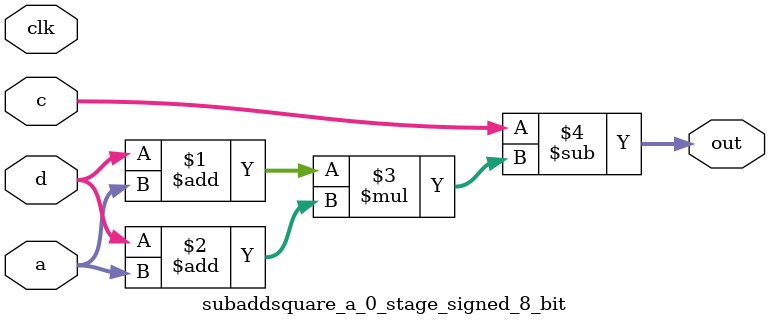
<source format=sv>
(* use_dsp = "yes" *) module subaddsquare_a_0_stage_signed_8_bit(
	input signed [7:0] a,
	input signed [7:0] c,
	input signed [7:0] d,
	output [7:0] out,
	input clk);

	assign out = c - ((d + a) * (d + a));
endmodule

</source>
